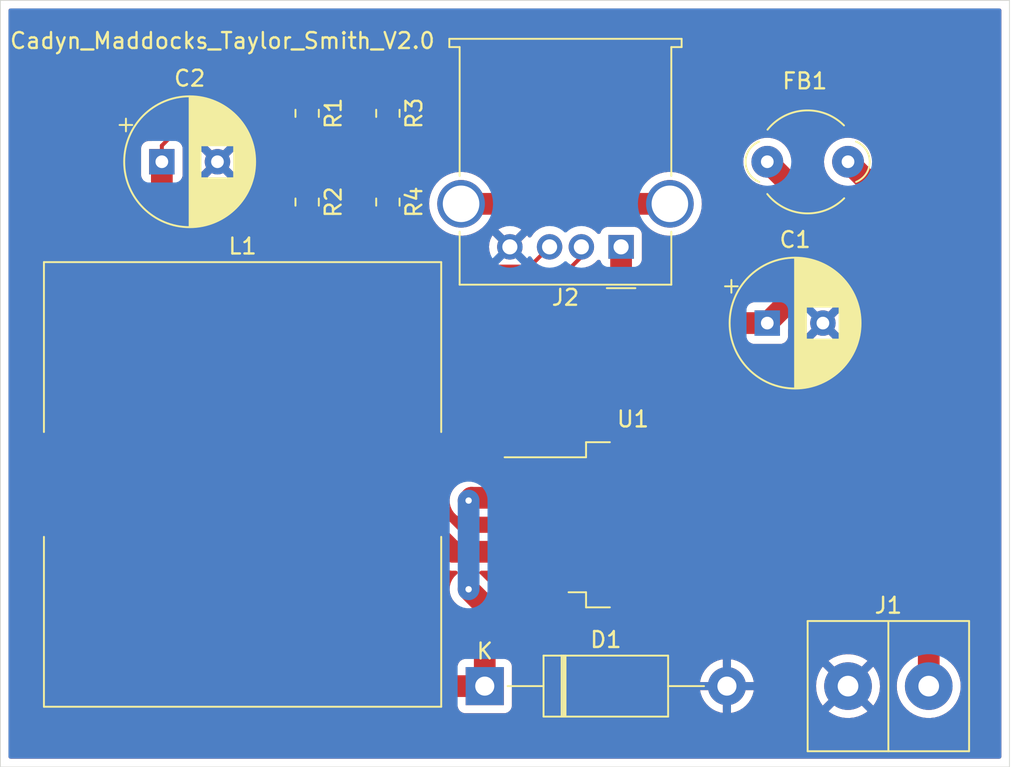
<source format=kicad_pcb>
(kicad_pcb (version 20211014) (generator pcbnew)
  (layers (0 "F.Cu" signal) (31 "B.Cu" signal) (34 "B.Paste" user) (35 "F.Paste" user) (36 "B.SilkS" user "B.Silkscreen") (37 "F.SilkS" user "F.Silkscreen") (38 "B.Mask" user) (39 "F.Mask" user) (44 "Edge.Cuts" user))
  (net 0 "")
  (net 1 "Net-(C1-Pad1)")
  (net 2 "GND")
  (net 3 "/5V")
  (net 4 "Net-(D1-Pad1)")
  (net 5 "Net-(FB1-Pad1)")
  (net 6 "/2.75V")
  (net 7 "/2V")
  (net 8 "unconnected-(J2-Pad5)")
  (footprint "Capacitor_THT:CP_Radial_D8.0mm_P3.50mm" (layer "F.Cu") (at 165.1 45.72)
    (fp_text reference "C1" (at 1.75 -5.25) (layer "F.SilkS"))
    (fp_text value "120uF")
    (fp_line (start 5.311 -2.034) (end 5.311 2.034) (layer "F.SilkS") (width 0.12))
    (fp_line (start 3.111 1.04) (end 3.111 3.85) (layer "F.SilkS") (width 0.12))
    (fp_line (start 2.871 -3.925) (end 2.871 -1.04) (layer "F.SilkS") (width 0.12))
    (fp_line (start 5.351 -1.964) (end 5.351 1.964) (layer "F.SilkS") (width 0.12))
    (fp_line (start 3.471 -3.704) (end 3.471 -1.04) (layer "F.SilkS") (width 0.12))
    (fp_line (start 4.111 1.04) (end 4.111 3.338) (layer "F.SilkS") (width 0.12))
    (fp_line (start 5.111 -2.345) (end 5.111 2.345) (layer "F.SilkS") (width 0.12))
    (fp_line (start 4.871 -2.651) (end 4.871 2.651) (layer "F.SilkS") (width 0.12))
    (fp_line (start 2.951 -3.902) (end 2.951 -1.04) (layer "F.SilkS") (width 0.12))
    (fp_line (start 2.791 -3.947) (end 2.791 -1.04) (layer "F.SilkS") (width 0.12))
    (fp_line (start 2.11 -4.065) (end 2.11 4.065) (layer "F.SilkS") (width 0.12))
    (fp_line (start 4.431 1.04) (end 4.431 3.09) (layer "F.SilkS") (width 0.12))
    (fp_line (start 5.671 -1.229) (end 5.671 1.229) (layer "F.SilkS") (width 0.12))
    (fp_line (start 3.071 1.04) (end 3.071 3.863) (layer "F.SilkS") (width 0.12))
    (fp_line (start 3.151 1.04) (end 3.151 3.835) (layer "F.SilkS") (width 0.12))
    (fp_line (start 2.511 1.04) (end 2.511 4.01) (layer "F.SilkS") (width 0.12))
    (fp_line (start 4.631 -2.907) (end 4.631 2.907) (layer "F.SilkS") (width 0.12))
    (fp_line (start 3.111 -3.85) (end 3.111 -1.04) (layer "F.SilkS") (width 0.12))
    (fp_line (start 3.391 1.04) (end 3.391 3.74) (layer "F.SilkS") (width 0.12))
    (fp_line (start 3.791 1.04) (end 3.791 3.54) (layer "F.SilkS") (width 0.12))
    (fp_line (start 3.511 -3.686) (end 3.511 -1.04) (layer "F.SilkS") (width 0.12))
    (fp_line (start 3.951 1.04) (end 3.951 3.444) (layer "F.SilkS") (width 0.12))
    (fp_line (start 5.711 -1.098) (end 5.711 1.098) (layer "F.SilkS") (width 0.12))
    (fp_line (start -2.659698 -2.315) (end -1.859698 -2.315) (layer "F.SilkS") (width 0.12))
    (fp_line (start 3.671 -3.606) (end 3.671 -1.04) (layer "F.SilkS") (width 0.12))
    (fp_line (start 2.671 -3.976) (end 2.671 -1.04) (layer "F.SilkS") (width 0.12))
    (fp_line (start 3.071 -3.863) (end 3.071 -1.04) (layer "F.SilkS") (width 0.12))
    (fp_line (start 4.391 -3.124) (end 4.391 -1.04) (layer "F.SilkS") (width 0.12))
    (fp_line (start 4.991 -2.505) (end 4.991 2.505) (layer "F.SilkS") (width 0.12))
    (fp_line (start 3.031 1.04) (end 3.031 3.877) (layer "F.SilkS") (width 0.12))
    (fp_line (start 5.231 -2.166) (end 5.231 2.166) (layer "F.SilkS") (width 0.12))
    (fp_line (start 2.711 -3.967) (end 2.711 -1.04) (layer "F.SilkS") (width 0.12))
    (fp_line (start 4.471 -3.055) (end 4.471 -1.04) (layer "F.SilkS") (width 0.12))
    (fp_line (start 5.791 -0.768) (end 5.791 0.768) (layer "F.SilkS") (width 0.12))
    (fp_line (start 3.191 1.04) (end 3.191 3.821) (layer "F.SilkS") (width 0.12))
    (fp_line (start 3.751 1.04) (end 3.751 3.562) (layer "F.SilkS") (width 0.12))
    (fp_line (start 3.351 1.04) (end 3.351 3.757) (layer "F.SilkS") (width 0.12))
    (fp_line (start 4.351 1.04) (end 4.351 3.156) (layer "F.SilkS") (width 0.12))
    (fp_line (start 3.631 -3.627) (end 3.631 -1.04) (layer "F.SilkS") (width 0.12))
    (fp_line (start 3.911 1.04) (end 3.911 3.469) (layer "F.SilkS") (width 0.12))
    (fp_line (start 3.631 1.04) (end 3.631 3.627) (layer "F.SilkS") (width 0.12))
    (fp_line (start 2.31 -4.042) (end 2.31 4.042) (layer "F.SilkS") (width 0.12))
    (fp_line (start 2.991 1.04) (end 2.991 3.889) (layer "F.SilkS") (width 0.12))
    (fp_line (start 4.151 -3.309) (end 4.151 -1.04) (layer "F.SilkS") (width 0.12))
    (fp_line (start 3.991 1.04) (end 3.991 3.418) (layer "F.SilkS") (width 0.12))
    (fp_line (start 3.831 -3.517) (end 3.831 -1.04) (layer "F.SilkS") (width 0.12))
    (fp_line (start 4.511 -3.019) (end 4.511 -1.04) (layer "F.SilkS") (width 0.12))
    (fp_line (start 2.35 -4.037) (end 2.35 4.037) (layer "F.SilkS") (width 0.12))
    (fp_line (start 1.75 -4.08) (end 1.75 4.08) (layer "F.SilkS") (width 0.12))
    (fp_line (start 2.03 -4.071) (end 2.03 4.071) (layer "F.SilkS") (width 0.12))
    (fp_line (start 3.191 -3.821) (end 3.191 -1.04) (layer "F.SilkS") (width 0.12))
    (fp_line (start 4.071 -3.365) (end 4.071 -1.04) (layer "F.SilkS") (width 0.12))
    (fp_line (start 5.431 -1.813) (end 5.431 1.813) (layer "F.SilkS") (width 0.12))
    (fp_line (start 3.711 1.04) (end 3.711 3.584) (layer "F.SilkS") (width 0.12))
    (fp_line (start 2.471 -4.017) (end 2.471 -1.04) (layer "F.SilkS") (width 0.12))
    (fp_line (start 3.271 1.04) (end 3.271 3.79) (layer "F.SilkS") (width 0.12))
    (fp_line (start 2.991 -3.889) (end 2.991 -1.04) (layer "F.SilkS") (width 0.12))
    (fp_line (start -2.259698 -2.715) (end -2.259698 -1.915) (layer "F.SilkS") (width 0.12))
    (fp_line (start 4.271 -3.22) (end 4.271 -1.04) (layer "F.SilkS") (width 0.12))
    (fp_line (start 2.551 -4.002) (end 2.551 -1.04) (layer "F.SilkS") (width 0.12))
    (fp_line (start 4.191 1.04) (end 4.191 3.28) (layer "F.SilkS") (width 0.12))
    (fp_line (start 4.591 -2.945) (end 4.591 2.945) (layer "F.SilkS") (width 0.12))
    (fp_line (start 3.671 1.04) (end 3.671 3.606) (layer "F.SilkS") (width 0.12))
    (fp_line (start 5.151 -2.287) (end 5.151 2.287) (layer "F.SilkS") (width 0.12))
    (fp_line (start 2.471 1.04) (end 2.471 4.017) (layer "F.SilkS") (width 0.12))
    (fp_line (start 4.031 1.04) (end 4.031 3.392) (layer "F.SilkS") (width 0.12))
    (fp_line (start 4.351 -3.156) (end 4.351 -1.04) (layer "F.SilkS") (width 0.12))
    (fp_line (start 5.031 -2.454) (end 5.031 2.454) (layer "F.SilkS") (width 0.12))
    (fp_line (start 5.271 -2.102) (end 5.271 2.102) (layer "F.SilkS") (width 0.12))
    (fp_line (start 2.711 1.04) (end 2.711 3.967) (layer "F.SilkS") (width 0.12))
    (fp_line (start 1.95 -4.076) (end 1.95 4.076) (layer "F.SilkS") (width 0.12))
    (fp_line (start 3.991 -3.418) (end 3.991 -1.04) (layer "F.SilkS") (width 0.12))
    (fp_line (start 2.27 -4.048) (end 2.27 4.048) (layer "F.SilkS") (width 0.12))
    (fp_line (start 5.471 -1.731) (end 5.471 1.731) (layer "F.SilkS") (width 0.12))
    (fp_line (start 2.23 -4.052) (end 2.23 4.052) (layer "F.SilkS") (width 0.12))
    (fp_line (start 2.15 -4.061) (end 2.15 4.061) (layer "F.SilkS") (width 0.12))
    (fp_line (start 2.871 1.04) (end 2.871 3.925) (layer "F.SilkS") (width 0.12))
    (fp_line (start 4.071 1.04) (end 4.071 3.365) (layer "F.SilkS") (width 0.12))
    (fp_line (start 2.671 1.04) (end 2.671 3.976) (layer "F.SilkS") (width 0.12))
    (fp_line (start 5.591 -1.453) (end 5.591 1.453) (layer "F.SilkS") (width 0.12))
    (fp_line (start 2.591 -3.994) (end 2.591 -1.04) (layer "F.SilkS") (width 0.12))
    (fp_line (start 1.91 -4.077) (end 1.91 4.077) (layer "F.SilkS") (width 0.12))
    (fp_line (start 4.951 -2.556) (end 4.951 2.556) (layer "F.SilkS") (width 0.12))
    (fp_line (start 4.471 1.04) (end 4.471 3.055) (layer "F.SilkS") (width 0.12))
    (fp_line (start 2.751 1.04) (end 2.751 3.957) (layer "F.SilkS") (width 0.12))
    (fp_line (start 3.151 -3.835) (end 3.151 -1.04) (layer "F.SilkS") (width 0.12))
    (fp_line (start 3.551 1.04) (end 3.551 3.666) (layer "F.SilkS") (width 0.12))
    (fp_line (start 5.191 -2.228) (end 5.191 2.228) (layer "F.SilkS") (width 0.12))
    (fp_line (start 4.431 -3.09) (end 4.431 -1.04) (layer "F.SilkS") (width 0.12))
    (fp_line (start 1.99 -4.074) (end 1.99 4.074) (layer "F.SilkS") (width 0.12))
    (fp_line (start 4.271 1.04) (end 4.271 3.22) (layer "F.SilkS") (width 0.12))
    (fp_line (start 4.831 -2.697) (end 4.831 2.697) (layer "F.SilkS") (width 0.12))
    (fp_line (start 5.391 -1.89) (end 5.391 1.89) (layer "F.SilkS") (width 0.12))
    (fp_line (start 4.151 1.04) (end 4.151 3.309) (layer "F.SilkS") (width 0.12))
    (fp_line (start 3.951 -3.444) (end 3.951 -1.04) (layer "F.SilkS") (width 0.12))
    (fp_line (start 4.711 -2.826) (end 4.711 2.826) (layer "F.SilkS") (width 0.12))
    (fp_line (start 3.591 1.04) (end 3.591 3.647) (layer "F.SilkS") (width 0.12))
    (fp_line (start 3.271 -3.79) (end 3.271 -1.04) (layer "F.SilkS") (width 0.12))
    (fp_line (start 3.511 1.04) (end 3.511 3.686) (layer "F.SilkS") (width 0.12))
    (fp_line (start 5.751 -0.948) (end 5.751 0.948) (layer "F.SilkS") (width 0.12))
    (fp_line (start 4.311 1.04) (end 4.311 3.189) (layer "F.SilkS") (width 0.12))
    (fp_line (start 5.831 -0.533) (end 5.831 0.533) (layer "F.SilkS") (width 0.12))
    (fp_line (start 4.791 -2.741) (end 4.791 2.741) (layer "F.SilkS") (width 0.12))
    (fp_line (start 5.071 -2.4) (end 5.071 2.4) (layer "F.SilkS") (width 0.12))
    (fp_line (start 3.351 -3.757) (end 3.351 -1.04) (layer "F.SilkS") (width 0.12))
    (fp_line (start 2.551 1.04) (end 2.551 4.002) (layer "F.SilkS") (width 0.12))
    (fp_line (start 4.231 -3.25) (end 4.231 -1.04) (layer "F.SilkS") (width 0.12))
    (fp_line (start 4.551 -2.983) (end 4.551 2.983) (layer "F.SilkS") (width 0.12))
    (fp_line (start 3.311 1.04) (end 3.311 3.774) (layer "F.SilkS") (width 0.12))
    (fp_line (start 2.19 -4.057) (end 2.19 4.057) (layer "F.SilkS") (width 0.12))
    (fp_line (start 4.751 -2.784) (end 4.751 2.784) (layer "F.SilkS") (width 0.12))
    (fp_line (start 3.871 -3.493) (end 3.871 -1.04) (layer "F.SilkS") (width 0.12))
    (fp_line (start 3.551 -3.666) (end 3.551 -1.04) (layer "F.SilkS") (width 0.12))
    (fp_line (start 2.791 1.04) (end 2.791 3.947) (layer "F.SilkS") (width 0.12))
    (fp_line (start 2.751 -3.957) (end 2.751 -1.04) (layer "F.SilkS") (width 0.12))
    (fp_line (start 3.911 -3.469) (end 3.911 -1.04) (layer "F.SilkS") (width 0.12))
    (fp_line (start 2.511 -4.01) (end 2.511 -1.04) (layer "F.SilkS") (width 0.12))
    (fp_line (start 1.79 -4.08) (end 1.79 4.08) (layer "F.SilkS") (width 0.12))
    (fp_line (start 4.911 -2.604) (end 4.911 2.604) (layer "F.SilkS") (width 0.12))
    (fp_line (start 5.511 -1.645) (end 5.511 1.645) (layer "F.SilkS") (width 0.12))
    (fp_line (start 3.311 -3.774) (end 3.311 -1.04) (layer "F.SilkS") (width 0.12))
    (fp_line (start 3.031 -3.877) (end 3.031 -1.04) (layer "F.SilkS") (width 0.12))
    (fp_line (start 2.07 -4.068) (end 2.07 4.068) (layer "F.SilkS") (width 0.12))
    (fp_line (start 3.431 1.04) (end 3.431 3.722) (layer "F.SilkS") (width 0.12))
    (fp_line (start 4.231 1.04) (end 4.231 3.25) (layer "F.SilkS") (width 0.12))
    (fp_line (start 1.83 -4.08) (end 1.83 4.08) (layer "F.SilkS") (width 0.12))
    (fp_line (start 4.031 -3.392) (end 4.031 -1.04) (layer "F.SilkS") (width 0.12))
    (fp_line (start 5.631 -1.346) (end 5.631 1.346) (layer "F.SilkS") (width 0.12))
    (fp_line (start 3.871 1.04) (end 3.871 3.493) (layer "F.SilkS") (width 0.12))
    (fp_line (start 3.391 -3.74) (end 3.391 -1.04) (layer "F.SilkS") (width 0.12))
    (fp_line (start 4.511 1.04) (end 4.511 3.019) (layer "F.SilkS") (width 0.12))
    (fp_line (start 2.591 1.04) (end 2.591 3.994) (layer "F.SilkS") (width 0.12))
    (fp_line (start 2.911 1.04) (end 2.911 3.914) (layer "F.SilkS") (width 0.12))
    (fp_line (start 3.831 1.04) (end 3.831 3.517) (layer "F.SilkS") (width 0.12))
    (fp_line (start 4.671 -2.867) (end 4.671 2.867) (layer "F.SilkS") (width 0.12))
    (fp_line (start 3.591 -3.647) (end 3.591 -1.04) (layer "F.SilkS") (width 0.12))
    (fp_line (start 4.391 1.04) (end 4.391 3.124) (layer "F.SilkS") (width 0.12))
    (fp_line (start 4.111 -3.338) (end 4.111 -1.04) (layer "F.SilkS") (width 0.12))
    (fp_line (start 3.471 1.04) (end 3.471 3.704) (layer "F.SilkS") (width 0.12))
    (fp_line (start 3.751 -3.562) (end 3.751 -1.04) (layer "F.SilkS") (width 0.12))
    (fp_line (start 3.231 1.04) (end 3.231 3.805) (layer "F.SilkS") (width 0.12))
    (fp_line (start 3.711 -3.584) (end 3.711 -1.04) (layer "F.SilkS") (width 0.12))
    (fp_line (start 3.431 -3.722) (end 3.431 -1.04) (layer "F.SilkS") (width 0.12))
    (fp_line (start 1.87 -4.079) (end 1.87 4.079) (layer "F.SilkS") (width 0.12))
    (fp_line (start 3.791 -3.54) (end 3.791 -1.04) (layer "F.SilkS") (width 0.12))
    (fp_line (start 4.311 -3.189) (end 4.311 -1.04) (layer "F.SilkS") (width 0.12))
    (fp_line (start 2.631 1.04) (end 2.631 3.985) (layer "F.SilkS") (width 0.12))
    (fp_line (start 2.911 -3.914) (end 2.911 -1.04) (layer "F.SilkS") (width 0.12))
    (fp_line (start 4.191 -3.28) (end 4.191 -1.04) (layer "F.SilkS") (width 0.12))
    (fp_line (start 2.43 -4.024) (end 2.43 4.024) (layer "F.SilkS") (width 0.12))
    (fp_line (start 2.631 -3.985) (end 2.631 -1.04) (layer "F.SilkS") (width 0.12))
    (fp_line (start 2.39 -4.03) (end 2.39 4.03) (layer "F.SilkS") (width 0.12))
    (fp_line (start 2.831 -3.936) (end 2.831 -1.04) (layer "F.SilkS") (width 0.12))
    (fp_line (start 5.551 -1.552) (end 5.551 1.552) (layer "F.SilkS") (width 0.12))
    (fp_line (start 2.951 1.04) (end 2.951 3.902) (layer "F.SilkS") (width 0.12))
    (fp_line (start 2.831 1.04) (end 2.831 3.936) (layer "F.SilkS") (width 0.12))
    (fp_line (start 3.231 -3.805) (end 3.231 -1.04) (layer "F.SilkS") (width 0.12))
    (fp_circle (center 1.75 0) (end 5.87 0) (layer "F.SilkS") (width 0.12) (fill none))
    (pad "1" thru_hole rect (at 0 0) (size 1.6 1.6) (drill 0.8) (layers *.Cu *.Mask) (net 1 "Net-(C1-Pad1)"))
    (pad "2" thru_hole circle (at 3.5 0) (size 1.6 1.6) (drill 0.8) (layers *.Cu *.Mask) (net 2 "GND"))
  )
  (footprint "Resistor_SMD:R_0805_2012Metric" (layer "F.Cu") (at 141.224 32.512 -90)
    (fp_text reference "R3" (at 0 -1.65 90) (layer "F.SilkS"))
    (fp_text value "150K")
    (fp_line (start -0.227064 0.735) (end 0.227064 0.735) (layer "F.SilkS") (width 0.12))
    (fp_line (start -0.227064 -0.735) (end 0.227064 -0.735) (layer "F.SilkS") (width 0.12))
    (pad "1" smd roundrect (at -0.9125 0 270) (size 1.025 1.4) (layers "F.Cu" "F.Paste" "F.Mask") (roundrect_rratio 0.243902) (net 3 "/5V"))
    (pad "2" smd roundrect (at 0.9125 0 270) (size 1.025 1.4) (layers "F.Cu" "F.Paste" "F.Mask") (roundrect_rratio 0.243902) (net 7 "/2V"))
  )
  (footprint "Resistor_SMD:R_0805_2012Metric" (layer "F.Cu") (at 136.144 38.1 -90)
    (fp_text reference "R2" (at 0 -1.65 90) (layer "F.SilkS"))
    (fp_text value "160k")
    (fp_line (start -0.227064 0.735) (end 0.227064 0.735) (layer "F.SilkS") (width 0.12))
    (fp_line (start -0.227064 -0.735) (end 0.227064 -0.735) (layer "F.SilkS") (width 0.12))
    (pad "1" smd roundrect (at -0.9125 0 270) (size 1.025 1.4) (layers "F.Cu" "F.Paste" "F.Mask") (roundrect_rratio 0.243902) (net 6 "/2.75V"))
    (pad "2" smd roundrect (at 0.9125 0 270) (size 1.025 1.4) (layers "F.Cu" "F.Paste" "F.Mask") (roundrect_rratio 0.243902) (net 2 "GND"))
  )
  (footprint "Ferrite_THT:LairdTech_28C0236-0JW-10" (layer "F.Cu") (at 170.18 35.56 180)
    (fp_text reference "FB1" (at 2.71878 5.08) (layer "F.SilkS"))
    (fp_text value "FerriteBead")
    (fp_arc (start 0.239932 -2.300068) (mid 2.71988 -3.24781) (end 5.08 -2.032) (layer "F.SilkS") (width 0.12))
    (fp_arc (start -0.508 1.27) (mid -1.367832 0) (end -0.508 -1.27) (layer "F.SilkS") (width 0.12))
    (fp_arc (start 5.588 -1.27) (mid 6.447832 0) (end 5.588 1.27) (layer "F.SilkS") (width 0.12))
    (fp_arc (start 5.064465 2.019572) (mid 2.71878 3.227946) (end 0.254 2.286) (layer "F.SilkS") (width 0.12))
    (pad "1" thru_hole circle (at 0 0 180) (size 2 2) (drill 0.8) (layers *.Cu *.Mask) (net 5 "Net-(FB1-Pad1)"))
    (pad "2" thru_hole circle (at 5.08 0 180) (size 2 2) (drill 0.8) (layers *.Cu *.Mask) (net 1 "Net-(C1-Pad1)"))
  )
  (footprint "Package_SIP:2 Pin TB006-508 Terminal Block" (layer "F.Cu") (at 172.72 68.58 180)
    (fp_text reference "J1" (at 0 5.08) (layer "F.SilkS"))
    (fp_text value "Screw_Terminal_01x02")
    (fp_line (start -5.08 4.1) (end -5.08 -4.1) (layer "F.SilkS") (width 0.12))
    (fp_line (start 5.08 4.1) (end 5.08 -4.1) (layer "F.SilkS") (width 0.12))
    (fp_line (start 5.08 -4.1) (end -5.08 -4.1) (layer "F.SilkS") (width 0.12))
    (fp_line (start 5.08 4.1) (end -5.08 4.1) (layer "F.SilkS") (width 0.12))
    (fp_line (start 0 -4.1) (end 0 4.1) (layer "F.SilkS") (width 0.12))
    (pad "1" thru_hole circle (at -2.54 0 270) (size 3 3) (drill 1.3) (layers *.Cu *.Mask) (net 5 "Net-(FB1-Pad1)"))
    (pad "2" thru_hole circle (at 2.54 0 270) (size 3 3) (drill 1.3) (layers *.Cu *.Mask) (net 2 "GND"))
  )
  (footprint "Diode_THT:D_DO-15_P15.24mm_Horizontal" (layer "F.Cu") (at 147.32 68.58)
    (fp_text reference "D1" (at 7.62 -2.92) (layer "F.SilkS"))
    (fp_text value "D_Schottky")
    (fp_text user "K" (at 0 -2.2) (layer "F.SilkS"))
    (fp_line (start 4.84 -1.92) (end 4.84 1.92) (layer "F.SilkS") (width 0.12))
    (fp_line (start 3.7 1.92) (end 11.54 1.92) (layer "F.SilkS") (width 0.12))
    (fp_line (start 1.44 0) (end 3.7 0) (layer "F.SilkS") (width 0.12))
    (fp_line (start 4.96 -1.92) (end 4.96 1.92) (layer "F.SilkS") (width 0.12))
    (fp_line (start 13.8 0) (end 11.54 0) (layer "F.SilkS") (width 0.12))
    (fp_line (start 11.54 1.92) (end 11.54 -1.92) (layer "F.SilkS") (width 0.12))
    (fp_line (start 3.7 -1.92) (end 3.7 1.92) (layer "F.SilkS") (width 0.12))
    (fp_line (start 5.08 -1.92) (end 5.08 1.92) (layer "F.SilkS") (width 0.12))
    (fp_line (start 11.54 -1.92) (end 3.7 -1.92) (layer "F.SilkS") (width 0.12))
    (pad "1" thru_hole rect (at 0 0) (size 2.4 2.4) (drill 1.2) (layers *.Cu *.Mask) (net 4 "Net-(D1-Pad1)"))
    (pad "2" thru_hole oval (at 15.24 0) (size 2.4 2.4) (drill 1.2) (layers *.Cu *.Mask) (net 2 "GND"))
  )
  (footprint "Package_TO_SOT_SMD:TO-263-5_TabPin3" (layer "F.Cu") (at 156.645 58.42)
    (fp_text reference "U1" (at 0 -6.65) (layer "F.SilkS"))
    (fp_text value "LM2576S-5")
    (fp_line (start -2.95 4.25) (end -4.05 4.25) (layer "F.SilkS") (width 0.12))
    (fp_line (start -1.45 5.2) (end -2.95 5.2) (layer "F.SilkS") (width 0.12))
    (fp_line (start -1.45 -5.2) (end -2.95 -5.2) (layer "F.SilkS") (width 0.12))
    (fp_line (start -2.95 -5.2) (end -2.95 -4.25) (layer "F.SilkS") (width 0.12))
    (fp_line (start -2.95 5.2) (end -2.95 4.25) (layer "F.SilkS") (width 0.12))
    (fp_line (start -2.95 -4.25) (end -8.075 -4.25) (layer "F.SilkS") (width 0.12))
    (pad "1" smd rect (at -5.775 -3.4) (size 4.6 1.1) (layers "F.Cu" "F.Paste" "F.Mask") (net 1 "Net-(C1-Pad1)"))
    (pad "2" smd rect (at -5.775 -1.7) (size 4.6 1.1) (layers "F.Cu" "F.Paste" "F.Mask") (net 4 "Net-(D1-Pad1)"))
    (pad "3" smd rect (at -5.775 0) (size 4.6 1.1) (layers "F.Cu" "F.Paste" "F.Mask") (net 2 "GND"))
    (pad "3" smd rect (at 3.375 0) (size 9.4 10.8) (layers "F.Cu" "F.Mask") (net 2 "GND"))
    (pad "4" smd rect (at -5.775 1.7) (size 4.6 1.1) (layers "F.Cu" "F.Paste" "F.Mask") (net 3 "/5V"))
    (pad "5" smd rect (at -5.775 3.4) (size 4.6 1.1) (layers "F.Cu" "F.Paste" "F.Mask") (net 2 "GND"))
  )
  (footprint "Resistor_SMD:R_0805_2012Metric" (layer "F.Cu") (at 141.224 38.1 -90)
    (fp_text reference "R4" (at 0 -1.65 90) (layer "F.SilkS"))
    (fp_text value "100k")
    (fp_line (start -0.227064 0.735) (end 0.227064 0.735) (layer "F.SilkS") (width 0.12))
    (fp_line (start -0.227064 -0.735) (end 0.227064 -0.735) (layer "F.SilkS") (width 0.12))
    (pad "1" smd roundrect (at -0.9125 0 270) (size 1.025 1.4) (layers "F.Cu" "F.Paste" "F.Mask") (roundrect_rratio 0.243902) (net 7 "/2V"))
    (pad "2" smd roundrect (at 0.9125 0 270) (size 1.025 1.4) (layers "F.Cu" "F.Paste" "F.Mask") (roundrect_rratio 0.243902) (net 2 "GND"))
  )
  (footprint "Capacitor_THT:CP_Radial_D8.0mm_P3.50mm" (layer "F.Cu") (at 127 35.56)
    (fp_text reference "C2" (at 1.75 -5.25) (layer "F.SilkS"))
    (fp_text value "470uF")
    (fp_line (start 3.951 -3.444) (end 3.951 -1.04) (layer "F.SilkS") (width 0.12))
    (fp_line (start 1.79 -4.08) (end 1.79 4.08) (layer "F.SilkS") (width 0.12))
    (fp_line (start 4.191 1.04) (end 4.191 3.28) (layer "F.SilkS") (width 0.12))
    (fp_line (start 3.751 -3.562) (end 3.751 -1.04) (layer "F.SilkS") (width 0.12))
    (fp_line (start 3.351 1.04) (end 3.351 3.757) (layer "F.SilkS") (width 0.12))
    (fp_line (start 2.951 1.04) (end 2.951 3.902) (layer "F.SilkS") (width 0.12))
    (fp_line (start 3.311 -3.774) (end 3.311 -1.04) (layer "F.SilkS") (width 0.12))
    (fp_line (start 4.031 -3.392) (end 4.031 -1.04) (layer "F.SilkS") (width 0.12))
    (fp_line (start 3.271 -3.79) (end 3.271 -1.04) (layer "F.SilkS") (width 0.12))
    (fp_line (start 4.391 1.04) (end 4.391 3.124) (layer "F.SilkS") (width 0.12))
    (fp_line (start 3.591 1.04) (end 3.591 3.647) (layer "F.SilkS") (width 0.12))
    (fp_line (start 2.471 1.04) (end 2.471 4.017) (layer "F.SilkS") (width 0.12))
    (fp_line (start -2.659698 -2.315) (end -1.859698 -2.315) (layer "F.SilkS") (width 0.12))
    (fp_line (start 3.471 -3.704) (end 3.471 -1.04) (layer "F.SilkS") (width 0.12))
    (fp_line (start 2.871 1.04) (end 2.871 3.925) (layer "F.SilkS") (width 0.12))
    (fp_line (start 3.551 -3.666) (end 3.551 -1.04) (layer "F.SilkS") (width 0.12))
    (fp_line (start 1.99 -4.074) (end 1.99 4.074) (layer "F.SilkS") (width 0.12))
    (fp_line (start 3.071 1.04) (end 3.071 3.863) (layer "F.SilkS") (width 0.12))
    (fp_line (start 3.271 1.04) (end 3.271 3.79) (layer "F.SilkS") (width 0.12))
    (fp_line (start 5.271 -2.102) (end 5.271 2.102) (layer "F.SilkS") (width 0.12))
    (fp_line (start 2.871 -3.925) (end 2.871 -1.04) (layer "F.SilkS") (width 0.12))
    (fp_line (start 5.551 -1.552) (end 5.551 1.552) (layer "F.SilkS") (width 0.12))
    (fp_line (start 3.711 -3.584) (end 3.711 -1.04) (layer "F.SilkS") (width 0.12))
    (fp_line (start 5.071 -2.4) (end 5.071 2.4) (layer "F.SilkS") (width 0.12))
    (fp_line (start 2.711 -3.967) (end 2.711 -1.04) (layer "F.SilkS") (width 0.12))
    (fp_line (start 5.231 -2.166) (end 5.231 2.166) (layer "F.SilkS") (width 0.12))
    (fp_line (start 4.311 -3.189) (end 4.311 -1.04) (layer "F.SilkS") (width 0.12))
    (fp_line (start 5.791 -0.768) (end 5.791 0.768) (layer "F.SilkS") (width 0.12))
    (fp_line (start 4.271 1.04) (end 4.271 3.22) (layer "F.SilkS") (width 0.12))
    (fp_line (start -2.259698 -2.715) (end -2.259698 -1.915) (layer "F.SilkS") (width 0.12))
    (fp_line (start 3.911 1.04) (end 3.911 3.469) (layer "F.SilkS") (width 0.12))
    (fp_line (start 4.151 -3.309) (end 4.151 -1.04) (layer "F.SilkS") (width 0.12))
    (fp_line (start 3.791 -3.54) (end 3.791 -1.04) (layer "F.SilkS") (width 0.12))
    (fp_line (start 5.031 -2.454) (end 5.031 2.454) (layer "F.SilkS") (width 0.12))
    (fp_line (start 4.231 -3.25) (end 4.231 -1.04) (layer "F.SilkS") (width 0.12))
    (fp_line (start 4.511 1.04) (end 4.511 3.019) (layer "F.SilkS") (width 0.12))
    (fp_line (start 3.391 1.04) (end 3.391 3.74) (layer "F.SilkS") (width 0.12))
    (fp_line (start 2.511 1.04) (end 2.511 4.01) (layer "F.SilkS") (width 0.12))
    (fp_line (start 5.431 -1.813) (end 5.431 1.813) (layer "F.SilkS") (width 0.12))
    (fp_line (start 3.151 -3.835) (end 3.151 -1.04) (layer "F.SilkS") (width 0.12))
    (fp_line (start 4.711 -2.826) (end 4.711 2.826) (layer "F.SilkS") (width 0.12))
    (fp_line (start 3.431 -3.722) (end 3.431 -1.04) (layer "F.SilkS") (width 0.12))
    (fp_line (start 4.431 1.04) (end 4.431 3.09) (layer "F.SilkS") (width 0.12))
    (fp_line (start 4.191 -3.28) (end 4.191 -1.04) (layer "F.SilkS") (width 0.12))
    (fp_line (start 3.111 1.04) (end 3.111 3.85) (layer "F.SilkS") (width 0.12))
    (fp_line (start 3.511 1.04) (end 3.511 3.686) (layer "F.SilkS") (width 0.12))
    (fp_line (start 2.07 -4.068) (end 2.07 4.068) (layer "F.SilkS") (width 0.12))
    (fp_line (start 3.671 -3.606) (end 3.671 -1.04) (layer "F.SilkS") (width 0.12))
    (fp_line (start 2.671 1.04) (end 2.671 3.976) (layer "F.SilkS") (width 0.12))
    (fp_line (start 4.271 -3.22) (end 4.271 -1.04) (layer "F.SilkS") (width 0.12))
    (fp_line (start 3.711 1.04) (end 3.711 3.584) (layer "F.SilkS") (width 0.12))
    (fp_line (start 4.631 -2.907) (end 4.631 2.907) (layer "F.SilkS") (width 0.12))
    (fp_line (start 2.631 1.04) (end 2.631 3.985) (layer "F.SilkS") (width 0.12))
    (fp_line (start 4.551 -2.983) (end 4.551 2.983) (layer "F.SilkS") (width 0.12))
    (fp_line (start 3.191 -3.821) (end 3.191 -1.04) (layer "F.SilkS") (width 0.12))
    (fp_line (start 4.911 -2.604) (end 4.911 2.604) (layer "F.SilkS") (width 0.12))
    (fp_line (start 4.111 1.04) (end 4.111 3.338) (layer "F.SilkS") (width 0.12))
    (fp_line (start 4.831 -2.697) (end 4.831 2.697) (layer "F.SilkS") (width 0.12))
    (fp_line (start 5.151 -2.287) (end 5.151 2.287) (layer "F.SilkS") (width 0.12))
    (fp_line (start 4.591 -2.945) (end 4.591 2.945) (layer "F.SilkS") (width 0.12))
    (fp_line (start 2.591 1.04) (end 2.591 3.994) (layer "F.SilkS") (width 0.12))
    (fp_line (start 2.831 1.04) (end 2.831 3.936) (layer "F.SilkS") (width 0.12))
    (fp_line (start 3.991 1.04) (end 3.991 3.418) (layer "F.SilkS") (width 0.12))
    (fp_line (start 3.871 1.04) (end 3.871 3.493) (layer "F.SilkS") (width 0.12))
    (fp_line (start 2.751 -3.957) (end 2.751 -1.04) (layer "F.SilkS") (width 0.12))
    (fp_line (start 3.591 -3.647) (end 3.591 -1.04) (layer "F.SilkS") (width 0.12))
    (fp_line (start 5.311 -2.034) (end 5.311 2.034) (layer "F.SilkS") (width 0.12))
    (fp_line (start 5.351 -1.964) (end 5.351 1.964) (layer "F.SilkS") (width 0.12))
    (fp_line (start 2.991 -3.889) (end 2.991 -1.04) (layer "F.SilkS") (width 0.12))
    (fp_line (start 2.27 -4.048) (end 2.27 4.048) (layer "F.SilkS") (width 0.12))
    (fp_line (start 2.751 1.04) (end 2.751 3.957) (layer "F.SilkS") (width 0.12))
    (fp_line (start 3.071 -3.863) (end 3.071 -1.04) (layer "F.SilkS") (width 0.12))
    (fp_line (start 4.471 1.04) (end 4.471 3.055) (layer "F.SilkS") (width 0.12))
    (fp_line (start 3.831 1.04) (end 3.831 3.517) (layer "F.SilkS") (width 0.12))
    (fp_line (start 5.511 -1.645) (end 5.511 1.645) (layer "F.SilkS") (width 0.12))
    (fp_line (start 3.911 -3.469) (end 3.911 -1.04) (layer "F.SilkS") (width 0.12))
    (fp_line (start 2.671 -3.976) (end 2.671 -1.04) (layer "F.SilkS") (width 0.12))
    (fp_line (start 4.951 -2.556) (end 4.951 2.556) (layer "F.SilkS") (width 0.12))
    (fp_line (start 2.11 -4.065) (end 2.11 4.065) (layer "F.SilkS") (width 0.12))
    (fp_line (start 1.83 -4.08) (end 1.83 4.08) (layer "F.SilkS") (width 0.12))
    (fp_line (start 3.511 -3.686) (end 3.511 -1.04) (layer "F.SilkS") (width 0.12))
    (fp_line (start 4.031 1.04) (end 4.031 3.392) (layer "F.SilkS") (width 0.12))
    (fp_line (start 2.23 -4.052) (end 2.23 4.052) (layer "F.SilkS") (width 0.12))
    (fp_line (start 5.671 -1.229) (end 5.671 1.229) (layer "F.SilkS") (width 0.12))
    (fp_line (start 3.031 -3.877) (end 3.031 -1.04) (layer "F.SilkS") (width 0.12))
    (fp_line (start 4.311 1.04) (end 4.311 3.189) (layer "F.SilkS") (width 0.12))
    (fp_line (start 1.95 -4.076) (end 1.95 4.076) (layer "F.SilkS") (width 0.12))
    (fp_line (start 2.591 -3.994) (end 2.591 -1.04) (layer "F.SilkS") (width 0.12))
    (fp_line (start 3.111 -3.85) (end 3.111 -1.04) (layer "F.SilkS") (width 0.12))
    (fp_line (start 2.551 -4.002) (end 2.551 -1.04) (layer "F.SilkS") (width 0.12))
    (fp_line (start 3.311 1.04) (end 3.311 3.774) (layer "F.SilkS") (width 0.12))
    (fp_line (start 4.231 1.04) (end 4.231 3.25) (layer "F.SilkS") (width 0.12))
    (fp_line (start 2.471 -4.017) (end 2.471 -1.04) (layer "F.SilkS") (width 0.12))
    (fp_line (start 2.03 -4.071) (end 2.03 4.071) (layer "F.SilkS") (width 0.12))
    (fp_line (start 5.711 -1.098) (end 5.711 1.098) (layer "F.SilkS") (width 0.12))
    (fp_line (start 3.871 -3.493) (end 3.871 -1.04) (layer "F.SilkS") (width 0.12))
    (fp_line (start 4.151 1.04) (end 4.151 3.309) (layer "F.SilkS") (width 0.12))
    (fp_line (start 2.511 -4.01) (end 2.511 -1.04) (layer "F.SilkS") (width 0.12))
    (fp_line (start 3.031 1.04) (end 3.031 3.877) (layer "F.SilkS") (width 0.12))
    (fp_line (start 4.351 -3.156) (end 4.351 -1.04) (layer "F.SilkS") (width 0.12))
    (fp_line (start 5.591 -1.453) (end 5.591 1.453) (layer "F.SilkS") (width 0.12))
    (fp_line (start 2.951 -3.902) (end 2.951 -1.04) (layer "F.SilkS") (width 0.12))
    (fp_line (start 4.791 -2.741) (end 4.791 2.741) (layer "F.SilkS") (width 0.12))
    (fp_line (start 3.751 1.04) (end 3.751 3.562) (layer "F.SilkS") (width 0.12))
    (fp_line (start 3.551 1.04) (end 3.551 3.666) (layer "F.SilkS") (width 0.12))
    (fp_line (start 4.671 -2.867) (end 4.671 2.867) (layer "F.SilkS") (width 0.12))
    (fp_line (start 3.991 -3.418) (end 3.991 -1.04) (layer "F.SilkS") (width 0.12))
    (fp_line (start 4.991 -2.505) (end 4.991 2.505) (layer "F.SilkS") (width 0.12))
    (fp_line (start 2.551 1.04) (end 2.551 4.002) (layer "F.SilkS") (width 0.12))
    (fp_line (start 2.15 -4.061) (end 2.15 4.061) (layer "F.SilkS") (width 0.12))
    (fp_line (start 3.631 -3.627) (end 3.631 -1.04) (layer "F.SilkS") (width 0.12))
    (fp_line (start 2.991 1.04) (end 2.991 3.889) (layer "F.SilkS") (width 0.12))
    (fp_line (start 5.831 -0.533) (end 5.831 0.533) (layer "F.SilkS") (width 0.12))
    (fp_line (start 1.87 -4.079) (end 1.87 4.079) (layer "F.SilkS") (width 0.12))
    (fp_line (start 1.91 -4.077) (end 1.91 4.077) (layer "F.SilkS") (width 0.12))
    (fp_line (start 2.35 -4.037) (end 2.35 4.037) (layer "F.SilkS") (width 0.12))
    (fp_line (start 3.631 1.04) (end 3.631 3.627) (layer "F.SilkS") (width 0.12))
    (fp_line (start 3.391 -3.74) (end 3.391 -1.04) (layer "F.SilkS") (width 0.12))
    (fp_line (start 1.75 -4.08) (end 1.75 4.08) (layer "F.SilkS") (width 0.12))
    (fp_line (start 3.151 1.04) (end 3.151 3.835) (layer "F.SilkS") (width 0.12))
    (fp_line (start 2.911 1.04) (end 2.911 3.914) (layer "F.SilkS") (width 0.12))
    (fp_line (start 2.631 -3.985) (end 2.631 -1.04) (layer "F.SilkS") (width 0.12))
    (fp_line (start 2.31 -4.042) (end 2.31 4.042) (layer "F.SilkS") (width 0.12))
    (fp_line (start 5.471 -1.731) (end 5.471 1.731) (layer "F.SilkS") (width 0.12))
    (fp_line (start 5.111 -2.345) (end 5.111 2.345) (layer "F.SilkS") (width 0.12))
    (fp_line (start 4.511 -3.019) (end 4.511 -1.04) (layer "F.SilkS") (width 0.12))
    (fp_line (start 2.911 -3.914) (end 2.911 -1.04) (layer "F.SilkS") (width 0.12))
    (fp_line (start 4.871 -2.651) (end 4.871 2.651) (layer "F.SilkS") (width 0.12))
    (fp_line (start 4.471 -3.055) (end 4.471 -1.04) (layer "F.SilkS") (width 0.12))
    (fp_line (start 2.39 -4.03) (end 2.39 4.03) (layer "F.SilkS") (width 0.12))
    (fp_line (start 5.751 -0.948) (end 5.751 0.948) (layer "F.SilkS") (width 0.12))
    (fp_line (start 4.351 1.04) (end 4.351 3.156) (layer "F.SilkS") (width 0.12))
    (fp_line (start 2.43 -4.024) (end 2.43 4.024) (layer "F.SilkS") (width 0.12))
    (fp_line (start 4.391 -3.124) (end 4.391 -1.04) (layer "F.SilkS") (width 0.12))
    (fp_line (start 3.231 -3.805) (end 3.231 -1.04) (layer "F.SilkS") (width 0.12))
    (fp_line (start 5.191 -2.228) (end 5.191 2.228) (layer "F.SilkS") (width 0.12))
    (fp_line (start 2.711 1.04) (end 2.711 3.967) (layer "F.SilkS") (width 0.12))
    (fp_line (start 4.751 -2.784) (end 4.751 2.784) (layer "F.SilkS") (width 0.12))
    (fp_line (start 3.431 1.04) (end 3.431 3.722) (layer "F.SilkS") (width 0.12))
    (fp_line (start 3.351 -3.757) (end 3.351 -1.04) (layer "F.SilkS") (width 0.12))
    (fp_line (start 5.391 -1.89) (end 5.391 1.89) (layer "F.SilkS") (width 0.12))
    (fp_line (start 4.071 1.04) (end 4.071 3.365) (layer "F.SilkS") (width 0.12))
    (fp_line (start 2.791 -3.947) (end 2.791 -1.04) (layer "F.SilkS") (width 0.12))
    (fp_line (start 4.071 -3.365) (end 4.071 -1.04) (layer "F.SilkS") (width 0.12))
    (fp_line (start 3.231 1.04) (end 3.231 3.805) (layer "F.SilkS") (width 0.12))
    (fp_line (start 3.671 1.04) (end 3.671 3.606) (layer "F.SilkS") (width 0.12))
    (fp_line (start 2.791 1.04) (end 2.791 3.947) (layer "F.SilkS") (width 0.12))
    (fp_line (start 4.431 -3.09) (end 4.431 -1.04) (layer "F.SilkS") (width 0.12))
    (fp_line (start 5.631 -1.346) (end 5.631 1.346) (layer "F.SilkS") (width 0.12))
    (fp_line (start 4.111 -3.338) (end 4.111 -1.04) (layer "F.SilkS") (width 0.12))
    (fp_line (start 3.951 1.04) (end 3.951 3.444) (layer "F.SilkS") (width 0.12))
    (fp_line (start 3.831 -3.517) (end 3.831 -1.04) (layer "F.SilkS") (width 0.12))
    (fp_line (start 2.19 -4.057) (end 2.19 4.057) (layer "F.SilkS") (width 0.12))
    (fp_line (start 2.831 -3.936) (end 2.831 -1.04) (layer "F.SilkS") (width 0.12))
    (fp_line (start 3.791 1.04) (end 3.791 3.54) (layer "F.SilkS") (width 0.12))
    (fp_line (start 3.191 1.04) (end 3.191 3.821) (layer "F.SilkS") (width 0.12))
    (fp_line (start 3.471 1.04) (end 3.471 3.704) (layer "F.SilkS") (width 0.12))
    (fp_circle (center 1.75 0) (end 5.87 0) (layer "F.SilkS") (width 0.12) (fill none))
    (pad "1" thru_hole rect (at 0 0) (size 1.6 1.6) (drill 0.8) (layers *.Cu *.Mask) (net 3 "/5V"))
    (pad "2" thru_hole circle (at 3.5 0) (size 1.6 1.6) (drill 0.8) (layers *.Cu *.Mask) (net 2 "GND"))
  )
  (footprint "Resistor_SMD:R_0805_2012Metric" (layer "F.Cu") (at 136.144 32.512 -90)
    (fp_text reference "R1" (at 0 -1.65 90) (layer "F.SilkS"))
    (fp_text value "130k")
    (fp_line (start -0.227064 0.735) (end 0.227064 0.735) (layer "F.SilkS") (width 0.12))
    (fp_line (start -0.227064 -0.735) (end 0.227064 -0.735) (layer "F.SilkS") (width 0.12))
    (pad "1" smd roundrect (at -0.9125 0 270) (size 1.025 1.4) (layers "F.Cu" "F.Paste" "F.Mask") (roundrect_rratio 0.243902) (net 3 "/5V"))
    (pad "2" smd roundrect (at 0.9125 0 270) (size 1.025 1.4) (layers "F.Cu" "F.Paste" "F.Mask") (roundrect_rratio 0.243902) (net 6 "/2.75V"))
  )
  (footprint "Connector_USB:USB_A_Molex_67643_Horizontal" (layer "F.Cu") (at 155.9 40.92 180)
    (fp_text reference "J2" (at 3.5 -3.19) (layer "F.SilkS"))
    (fp_text value "USB_A")
    (fp_line (start 10.81 13.1) (end 10.81 12.58) (layer "F.SilkS") (width 0.12))
    (fp_line (start -3.16 12.58) (end -3.81 12.58) (layer "F.SilkS") (width 0.12))
    (fp_line (start -3.16 -2.38) (end -3.16 0.95) (layer "F.SilkS") (width 0.12))
    (fp_line (start -3.81 13.1) (end 10.81 13.1) (layer "F.SilkS") (width 0.12))
    (fp_line (start 10.16 4.47) (end 10.16 12.58) (layer "F.SilkS") (width 0.12))
    (fp_line (start -3.16 12.58) (end -3.16 4.47) (layer "F.SilkS") (width 0.12))
    (fp_line (start -0.9 -2.6) (end 0.9 -2.6) (layer "F.SilkS") (width 0.12))
    (fp_line (start 10.81 12.58) (end 10.16 12.58) (layer "F.SilkS") (width 0.12))
    (fp_line (start -3.81 12.58) (end -3.81 13.1) (layer "F.SilkS") (width 0.12))
    (fp_line (start 10.16 -2.38) (end 10.16 0.95) (layer "F.SilkS") (width 0.12))
    (fp_line (start -3.16 -2.38) (end 10.16 -2.38) (layer "F.SilkS") (width 0.12))
    (pad "1" thru_hole rect (at 0 0 180) (size 1.6 1.5) (drill 0.95) (layers *.Cu *.Mask) (net 3 "/5V"))
    (pad "2" thru_hole circle (at 2.5 0 180) (size 1.6 1.6) (drill 0.95) (layers *.Cu *.Mask) (net 6 "/2.75V"))
    (pad "3" thru_hole circle (at 4.5 0 180) (size 1.6 1.6) (drill 0.95) (layers *.Cu *.Mask) (net 7 "/2V"))
    (pad "4" thru_hole circle (at 7 0 180) (size 1.6 1.6) (drill 0.95) (layers *.Cu *.Mask) (net 2 "GND"))
    (pad "5" thru_hole circle (at -3.07 2.71 180) (size 3 3) (drill 2.3) (layers *.Cu *.Mask) (net 8 "unconnected-(J2-Pad5)"))
    (pad "5" thru_hole circle (at 10.07 2.71 180) (size 3 3) (drill 2.3) (layers *.Cu *.Mask) (net 8 "unconnected-(J2-Pad5)"))
  )
  (footprint "Inductor_SMD:L_28x25mm_H20.5mm" (layer "F.Cu") (at 132.08 55.88)
    (fp_text reference "L1" (at 0 -15) (layer "F.SilkS"))
    (fp_text value "100uH")
    (fp_line (start 12.5 3.3) (end 12.5 14) (layer "F.SilkS") (width 0.12))
    (fp_line (start -12.5 -14) (end 12.5 -14) (layer "F.SilkS") (width 0.12))
    (fp_line (start -12.5 -14) (end -12.5 -3.3) (layer "F.SilkS") (width 0.12))
    (fp_line (start 12.5 14) (end -12.5 14) (layer "F.SilkS") (width 0.12))
    (fp_line (start -12.5 14) (end -12.5 3.3) (layer "F.SilkS") (width 0.12))
    (fp_line (start 12.5 -14) (end 12.5 -3.3) (layer "F.SilkS") (width 0.12))
    (pad "1" smd rect (at -9 0) (size 6 6) (layers "F.Cu" "F.Paste" "F.Mask") (net 4 "Net-(D1-Pad1)"))
    (pad "2" smd rect (at 9 0) (size 6 6) (layers "F.Cu" "F.Paste" "F.Mask") (net 3 "/5V"))
  )
  (gr_line (start 180.34 25.4) (end 180.34 73.66) (layer "Edge.Cuts") (width 0.05))
  (gr_line (start 180.34 73.66) (end 116.84 73.66) (layer "Edge.Cuts") (width 0.05))
  (gr_line (start 116.84 73.66) (end 116.84 25.4) (layer "Edge.Cuts") (width 0.05))
  (gr_line (start 116.84 25.4) (end 180.34 25.4) (layer "Edge.Cuts") (width 0.05))
  (gr_text "Cadyn_Maddocks_Taylor_Smith_V2.0" (at 130.81 27.94) (layer "F.SilkS") (effects (font (size 1 1))))
  (segment (start 160.17 45.72) (end 150.87 55.02) (width 1.36703) (layer "F.Cu") (net 1))
  (segment (start 166.37 44.45) (end 165.1 45.72) (width 1.36703) (layer "F.Cu") (net 1))
  (segment (start 165.1 35.56) (end 166.37 36.83) (width 1.36703) (layer "F.Cu") (net 1))
  (segment (start 166.37 36.83) (end 166.37 44.45) (width 1.36703) (layer "F.Cu") (net 1))
  (segment (start 165.1 45.72) (end 160.17 45.72) (width 1.36703) (layer "F.Cu") (net 1))
  (segment (start 141.08 55.88) (end 139.04 55.88) (width 1.36703) (layer "F.Cu") (net 3))
  (segment (start 127 35.56) (end 127 34.544) (width 0.25) (layer "F.Cu") (net 3))
  (segment (start 136.0405 31.496) (end 136.144 31.5995) (width 0.25) (layer "F.Cu") (net 3))
  (segment (start 142.875 55.88) (end 155.9 42.855) (width 1.36703) (layer "F.Cu") (net 3))
  (segment (start 130.048 31.496) (end 136.0405 31.496) (width 0.25) (layer "F.Cu") (net 3))
  (segment (start 145.32 60.12) (end 150.87 60.12) (width 1.36703) (layer "F.Cu") (net 3))
  (segment (start 127 34.544) (end 130.048 31.496) (width 0.25) (layer "F.Cu") (net 3))
  (segment (start 141.08 55.88) (end 142.875 55.88) (width 1.36703) (layer "F.Cu") (net 3))
  (segment (start 127 43.84) (end 127 35.56) (width 1.36703) (layer "F.Cu") (net 3))
  (segment (start 141.08 55.88) (end 145.32 60.12) (width 1.36703) (layer "F.Cu") (net 3))
  (segment (start 155.9 42.855) (end 155.9 40.92) (width 1.36703) (layer "F.Cu") (net 3))
  (segment (start 136.144 31.5995) (end 141.224 31.5995) (width 0.25) (layer "F.Cu") (net 3))
  (segment (start 139.04 55.88) (end 127 43.84) (width 1.36703) (layer "F.Cu") (net 3))
  (segment (start 147.32 63.5) (end 146.304 62.484) (width 1.36703) (layer "F.Cu") (net 4))
  (segment (start 147.32 68.58) (end 132.74 68.58) (width 1.36703) (layer "F.Cu") (net 4))
  (segment (start 146.48 56.72) (end 150.87 56.72) (width 1.36703) (layer "F.Cu") (net 4))
  (segment (start 132.74 68.58) (end 123.08 58.92) (width 1.36703) (layer "F.Cu") (net 4))
  (segment (start 146.304 56.896) (end 146.48 56.72) (width 1.36703) (layer "F.Cu") (net 4))
  (segment (start 147.32 68.58) (end 147.32 63.5) (width 1.36703) (layer "F.Cu") (net 4))
  (via (at 146.304 56.896) (size 0.8) (drill 0.4) (layers "F.Cu" "B.Cu") (net 4))
  (via (at 146.304 62.484) (size 0.8) (drill 0.4) (layers "F.Cu" "B.Cu") (net 4))
  (segment (start 146.304 62.484) (end 146.304 56.896) (width 1.36703) (layer "B.Cu") (net 4))
  (segment (start 175.26 40.64) (end 170.18 35.56) (width 1.36703) (layer "F.Cu") (net 5))
  (segment (start 175.26 66.04) (end 175.26 40.64) (width 1.36703) (layer "F.Cu") (net 5))
  (segment (start 175.26 68.58) (end 175.26 63.5) (width 1.36703) (layer "F.Cu") (net 5))
  (segment (start 152.275489 42.672) (end 153.4 41.547489) (width 0.25) (layer "F.Cu") (net 6))
  (segment (start 136.144 33.4245) (end 136.144 37.1875) (width 0.25) (layer "F.Cu") (net 6))
  (segment (start 141.6285 42.672) (end 152.275489 42.672) (width 0.25) (layer "F.Cu") (net 6))
  (segment (start 136.144 37.1875) (end 141.6285 42.672) (width 0.25) (layer "F.Cu") (net 6))
  (segment (start 153.4 41.547489) (end 153.4 40.92) (width 0.25) (layer "F.Cu") (net 6))
  (segment (start 141.224 37.1875) (end 139.192 39.2195) (width 0.25) (layer "F.Cu") (net 7))
  (segment (start 139.192 39.2195) (end 139.192 39.599782) (width 0.25) (layer "F.Cu") (net 7))
  (segment (start 139.192 39.599782) (end 141.756218 42.164) (width 0.25) (layer "F.Cu") (net 7))
  (segment (start 141.224 33.4245) (end 141.224 37.1875) (width 0.25) (layer "F.Cu") (net 7))
  (segment (start 150.156 42.164) (end 151.4 40.92) (width 0.25) (layer "F.Cu") (net 7))
  (segment (start 141.756218 42.164) (end 150.156 42.164) (width 0.25) (layer "F.Cu") (net 7))
  (segment (start 145.83 38.21) (end 158.97 38.21) (width 1.36703) (layer "F.Cu") (net 8))
  (zone (net 2) (net_name "GND") (layers F&B.Cu) (connect_pads (clearance 0.508)) (min_thickness 0.254) (fill yes (thermal_gap 0.508) (thermal_bridge_width 0.508))
    (polygon (pts (xy 180.34 73.66) (xy 116.84 73.66) (xy 116.84 25.4) (xy 180.34 25.4)))
  )
)
</source>
